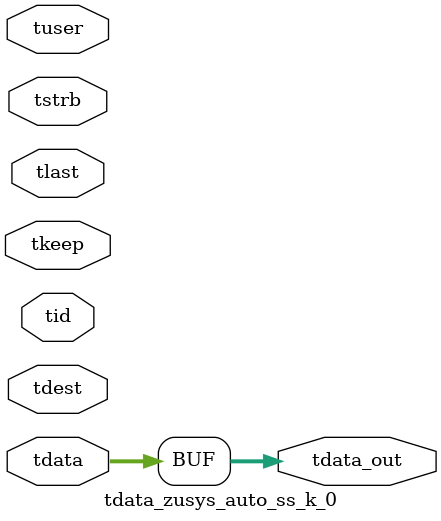
<source format=v>


`timescale 1ps/1ps

module tdata_zusys_auto_ss_k_0 #
(
parameter C_S_AXIS_TDATA_WIDTH = 32,
parameter C_S_AXIS_TUSER_WIDTH = 0,
parameter C_S_AXIS_TID_WIDTH   = 0,
parameter C_S_AXIS_TDEST_WIDTH = 0,
parameter C_M_AXIS_TDATA_WIDTH = 32
)
(
input  [(C_S_AXIS_TDATA_WIDTH == 0 ? 1 : C_S_AXIS_TDATA_WIDTH)-1:0     ] tdata,
input  [(C_S_AXIS_TUSER_WIDTH == 0 ? 1 : C_S_AXIS_TUSER_WIDTH)-1:0     ] tuser,
input  [(C_S_AXIS_TID_WIDTH   == 0 ? 1 : C_S_AXIS_TID_WIDTH)-1:0       ] tid,
input  [(C_S_AXIS_TDEST_WIDTH == 0 ? 1 : C_S_AXIS_TDEST_WIDTH)-1:0     ] tdest,
input  [(C_S_AXIS_TDATA_WIDTH/8)-1:0 ] tkeep,
input  [(C_S_AXIS_TDATA_WIDTH/8)-1:0 ] tstrb,
input                                                                    tlast,
output [C_M_AXIS_TDATA_WIDTH-1:0] tdata_out
);

assign tdata_out = {tdata[31:0]};

endmodule


</source>
